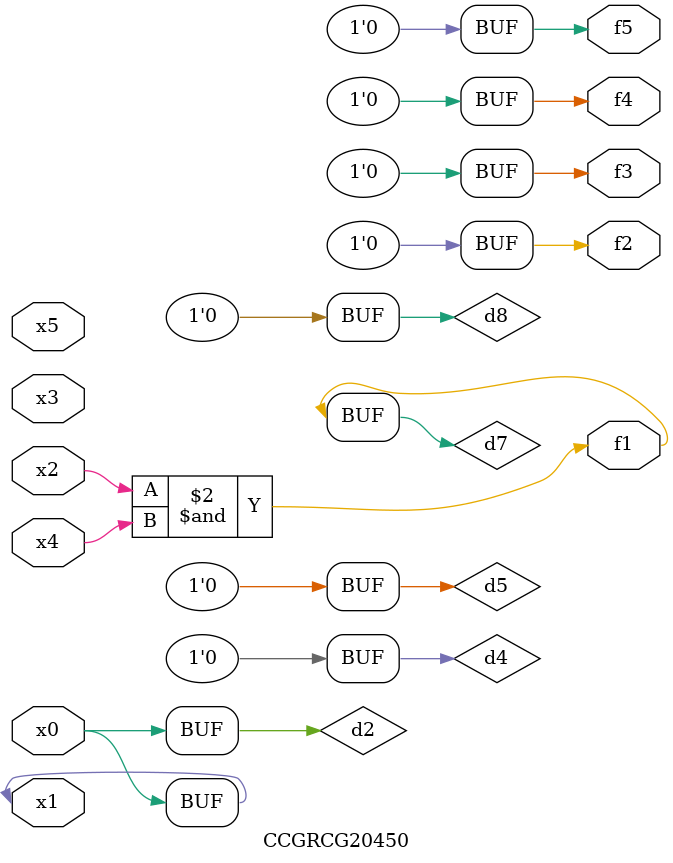
<source format=v>
module CCGRCG20450(
	input x0, x1, x2, x3, x4, x5,
	output f1, f2, f3, f4, f5
);

	wire d1, d2, d3, d4, d5, d6, d7, d8, d9;

	nand (d1, x1);
	buf (d2, x0, x1);
	nand (d3, x2, x4);
	and (d4, d1, d2);
	and (d5, d1, d2);
	nand (d6, d1, d3);
	not (d7, d3);
	xor (d8, d5);
	nor (d9, d5, d6);
	assign f1 = d7;
	assign f2 = d8;
	assign f3 = d8;
	assign f4 = d8;
	assign f5 = d8;
endmodule

</source>
